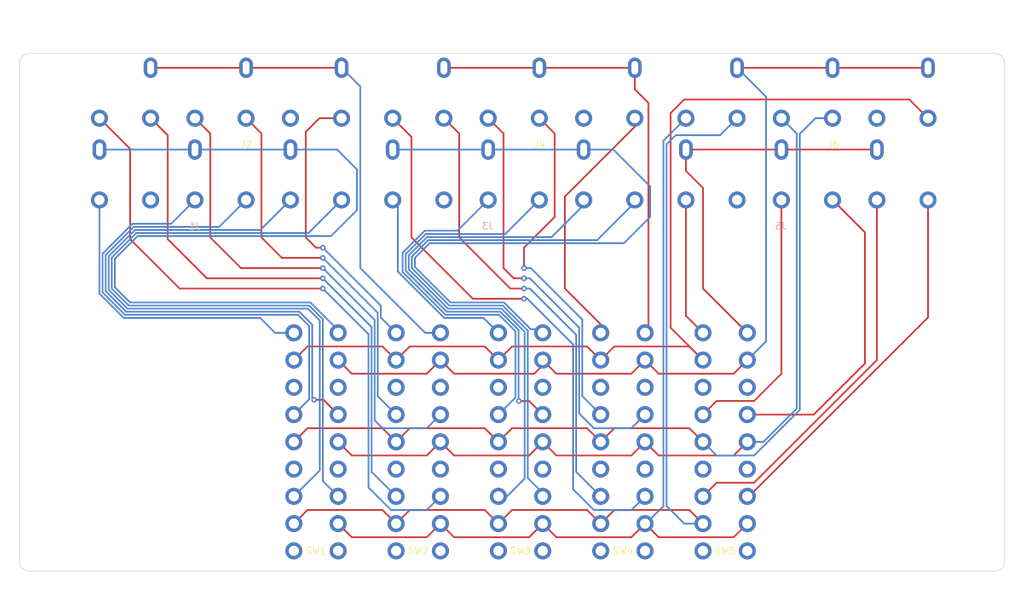
<source format=kicad_pcb>
(kicad_pcb (version 20211014) (generator pcbnew)
  (layers (0 "F.Cu" signal) (31 "B.Cu" signal) (34 "B.Paste" user) (35 "F.Paste" user) (36 "B.SilkS" user "B.Silkscreen") (37 "F.SilkS" user "F.Silkscreen") (38 "B.Mask" user) (39 "F.Mask" user) (44 "Edge.Cuts" user))
  (net 0 "")
  (net 1 "/Y_1")
  (net 2 "/Pb_1")
  (net 3 "/Pr_1")
  (net 4 "/L_1")
  (net 5 "/R_1")
  (net 7 "/GND_1")
  (net 8 "/Y_2")
  (net 9 "/Pb_2")
  (net 10 "/Pr_2")
  (net 11 "/L_2")
  (net 12 "/R_2")
  (net 14 "/GND_2")
  (net 15 "/Y_3")
  (net 16 "/Pb_3")
  (net 17 "/Pr_3")
  (net 18 "/L_3")
  (net 19 "/R_3")
  (net 21 "/GND_3")
  (net 22 "/Y_4")
  (net 23 "/Pb_4")
  (net 24 "/Pr_4")
  (net 25 "/L_4")
  (net 26 "/R_4")
  (net 28 "/GND_4")
  (net 29 "/Y_5")
  (net 30 "/Pb_5")
  (net 31 "/Pr_5")
  (net 32 "/L_5")
  (net 33 "/R_5")
  (net 35 "/GND_5")
  (net 36 "/Y_out")
  (net 37 "/Pb_out")
  (net 38 "/Pr_out")
  (net 39 "/L_out")
  (net 40 "/R_out")
  (net 42 "/GND_out")
  (footprint "User:SW_SPDT_3x2_REB" (layer "F.Cu") (at 93.75 138)
    (fp_text reference "SW3" (at 3.25 0 unlocked) (layer "F.SilkS"))
    (fp_text value "SW_SPDT_3x2_REB")
    (pad "1" thru_hole circle (at 0 0) (size 2.5 2.5) (drill 1.5) (layers *.Cu *.Mask))
    (pad "2" thru_hole circle (at 0 -4) (size 2.5 2.5) (drill 1.5) (layers *.Cu *.Mask) (net 36 "/Y_out"))
    (pad "3" thru_hole circle (at 0 -8) (size 2.5 2.5) (drill 1.5) (layers *.Cu *.Mask) (net 15 "/Y_3"))
    (pad "4" thru_hole circle (at 0 -12) (size 2.5 2.5) (drill 1.5) (layers *.Cu *.Mask))
    (pad "5" thru_hole circle (at 0 -16) (size 2.5 2.5) (drill 1.5) (layers *.Cu *.Mask) (net 37 "/Pb_out"))
    (pad "6" thru_hole circle (at 0 -20) (size 2.5 2.5) (drill 1.5) (layers *.Cu *.Mask) (net 16 "/Pb_3"))
    (pad "7" thru_hole circle (at 0 -24) (size 2.5 2.5) (drill 1.5) (layers *.Cu *.Mask))
    (pad "8" thru_hole circle (at 0 -28) (size 2.5 2.5) (drill 1.5) (layers *.Cu *.Mask) (net 38 "/Pr_out"))
    (pad "9" thru_hole circle (at 0 -32) (size 2.5 2.5) (drill 1.5) (layers *.Cu *.Mask) (net 17 "/Pr_3"))
    (pad "10" thru_hole circle (at 6.5 0) (size 2.5 2.5) (drill 1.5) (layers *.Cu *.Mask))
    (pad "11" thru_hole circle (at 6.5 -4) (size 2.5 2.5) (drill 1.5) (layers *.Cu *.Mask) (net 39 "/L_out"))
    (pad "12" thru_hole circle (at 6.5 -8) (size 2.5 2.5) (drill 1.5) (layers *.Cu *.Mask) (net 18 "/L_3"))
    (pad "13" thru_hole circle (at 6.5 -12) (size 2.5 2.5) (drill 1.5) (layers *.Cu *.Mask))
    (pad "14" thru_hole circle (at 6.5 -16) (size 2.5 2.5) (drill 1.5) (layers *.Cu *.Mask) (net 40 "/R_out"))
    (pad "15" thru_hole circle (at 6.5 -20) (size 2.5 2.5) (drill 1.5) (layers *.Cu *.Mask) (net 19 "/R_3"))
    (pad "16" thru_hole circle (at 6.5 -24) (size 2.5 2.5) (drill 1.5) (layers *.Cu *.Mask))
    (pad "17" thru_hole circle (at 6.5 -28) (size 2.5 2.5) (drill 1.5) (layers *.Cu *.Mask) (net 42 "/GND_out"))
    (pad "18" thru_hole circle (at 6.5 -32) (size 2.5 2.5) (drill 1.5) (layers *.Cu *.Mask) (net 21 "/GND_3"))
  )
  (footprint "User:SW_SPDT_3x2_REB" (layer "F.Cu") (at 78.75 138)
    (fp_text reference "SW2" (at 3.25 0 unlocked) (layer "F.SilkS"))
    (fp_text value "SW_SPDT_3x2_REB")
    (pad "1" thru_hole circle (at 0 0) (size 2.5 2.5) (drill 1.5) (layers *.Cu *.Mask))
    (pad "2" thru_hole circle (at 0 -4) (size 2.5 2.5) (drill 1.5) (layers *.Cu *.Mask) (net 36 "/Y_out"))
    (pad "3" thru_hole circle (at 0 -8) (size 2.5 2.5) (drill 1.5) (layers *.Cu *.Mask) (net 8 "/Y_2"))
    (pad "4" thru_hole circle (at 0 -12) (size 2.5 2.5) (drill 1.5) (layers *.Cu *.Mask))
    (pad "5" thru_hole circle (at 0 -16) (size 2.5 2.5) (drill 1.5) (layers *.Cu *.Mask) (net 37 "/Pb_out"))
    (pad "6" thru_hole circle (at 0 -20) (size 2.5 2.5) (drill 1.5) (layers *.Cu *.Mask) (net 9 "/Pb_2"))
    (pad "7" thru_hole circle (at 0 -24) (size 2.5 2.5) (drill 1.5) (layers *.Cu *.Mask))
    (pad "8" thru_hole circle (at 0 -28) (size 2.5 2.5) (drill 1.5) (layers *.Cu *.Mask) (net 38 "/Pr_out"))
    (pad "9" thru_hole circle (at 0 -32) (size 2.5 2.5) (drill 1.5) (layers *.Cu *.Mask) (net 10 "/Pr_2"))
    (pad "10" thru_hole circle (at 6.5 0) (size 2.5 2.5) (drill 1.5) (layers *.Cu *.Mask))
    (pad "11" thru_hole circle (at 6.5 -4) (size 2.5 2.5) (drill 1.5) (layers *.Cu *.Mask) (net 39 "/L_out"))
    (pad "12" thru_hole circle (at 6.5 -8) (size 2.5 2.5) (drill 1.5) (layers *.Cu *.Mask) (net 11 "/L_2"))
    (pad "13" thru_hole circle (at 6.5 -12) (size 2.5 2.5) (drill 1.5) (layers *.Cu *.Mask))
    (pad "14" thru_hole circle (at 6.5 -16) (size 2.5 2.5) (drill 1.5) (layers *.Cu *.Mask) (net 40 "/R_out"))
    (pad "15" thru_hole circle (at 6.5 -20) (size 2.5 2.5) (drill 1.5) (layers *.Cu *.Mask) (net 12 "/R_2"))
    (pad "16" thru_hole circle (at 6.5 -24) (size 2.5 2.5) (drill 1.5) (layers *.Cu *.Mask))
    (pad "17" thru_hole circle (at 6.5 -28) (size 2.5 2.5) (drill 1.5) (layers *.Cu *.Mask) (net 42 "/GND_out"))
    (pad "18" thru_hole circle (at 6.5 -32) (size 2.5 2.5) (drill 1.5) (layers *.Cu *.Mask) (net 14 "/GND_2"))
  )
  (footprint "User:Connector_RCA_2x3_REB" (layer "F.Cu") (at 99.75 74.5)
    (fp_text reference "J4" (at 0.05 3.85 unlocked) (layer "F.SilkS"))
    (fp_text value "Connector_RCA_2x3_REB")
    (pad "1" thru_hole circle (at -14 0) (size 2.5 2.5) (drill 1.5) (layers *.Cu *.Mask) (net 22 "/Y_4"))
    (pad "2" thru_hole circle (at 0 0) (size 2.5 2.5) (drill 1.5) (layers *.Cu *.Mask) (net 23 "/Pb_4"))
    (pad "3" thru_hole circle (at 14 0) (size 2.5 2.5) (drill 1.5) (layers *.Cu *.Mask) (net 24 "/Pr_4"))
    (pad "4" thru_hole circle (at -21.5 0) (size 2.5 2.5) (drill 1.5) (layers *.Cu *.Mask) (net 25 "/L_4"))
    (pad "5" thru_hole circle (at -7.5 0) (size 2.5 2.5) (drill 1.5) (layers *.Cu *.Mask) (net 26 "/R_4"))
    (pad "6" thru_hole circle (at 6.5 0) (size 2.5 2.5) (drill 1.5) (layers *.Cu *.Mask))
    (pad "7" thru_hole oval (at 14 -7.4) (size 2 3) (drill oval 1 2) (layers *.Cu *.Mask) (net 28 "/GND_4"))
    (pad "8" thru_hole oval (at 0 -7.4) (size 2 3) (drill oval 1 2) (layers *.Cu *.Mask) (net 28 "/GND_4"))
    (pad "9" thru_hole oval (at -14 -7.4) (size 2 3) (drill oval 1 2) (layers *.Cu *.Mask) (net 28 "/GND_4"))
  )
  (footprint "MountingHole:MountingHole_3mm" (layer "F.Cu") (at 28 70)
    (fp_text reference "REF**" hide)
    (fp_text value "MountingHole_3mm")
    (pad "" np_thru_hole circle (at 0 0) (size 3 3) (drill 3) (layers *.Cu *.Mask))
  )
  (footprint "User:SW_SPDT_3x2_REB" (layer "F.Cu") (at 108.75 138)
    (fp_text reference "SW4" (at 3.25 0 unlocked) (layer "F.SilkS"))
    (fp_text value "SW_SPDT_3x2_REB")
    (pad "1" thru_hole circle (at 0 0) (size 2.5 2.5) (drill 1.5) (layers *.Cu *.Mask))
    (pad "2" thru_hole circle (at 0 -4) (size 2.5 2.5) (drill 1.5) (layers *.Cu *.Mask) (net 36 "/Y_out"))
    (pad "3" thru_hole circle (at 0 -8) (size 2.5 2.5) (drill 1.5) (layers *.Cu *.Mask) (net 22 "/Y_4"))
    (pad "4" thru_hole circle (at 0 -12) (size 2.5 2.5) (drill 1.5) (layers *.Cu *.Mask))
    (pad "5" thru_hole circle (at 0 -16) (size 2.5 2.5) (drill 1.5) (layers *.Cu *.Mask) (net 37 "/Pb_out"))
    (pad "6" thru_hole circle (at 0 -20) (size 2.5 2.5) (drill 1.5) (layers *.Cu *.Mask) (net 23 "/Pb_4"))
    (pad "7" thru_hole circle (at 0 -24) (size 2.5 2.5) (drill 1.5) (layers *.Cu *.Mask))
    (pad "8" thru_hole circle (at 0 -28) (size 2.5 2.5) (drill 1.5) (layers *.Cu *.Mask) (net 38 "/Pr_out"))
    (pad "9" thru_hole circle (at 0 -32) (size 2.5 2.5) (drill 1.5) (layers *.Cu *.Mask) (net 24 "/Pr_4"))
    (pad "10" thru_hole circle (at 6.5 0) (size 2.5 2.5) (drill 1.5) (layers *.Cu *.Mask))
    (pad "11" thru_hole circle (at 6.5 -4) (size 2.5 2.5) (drill 1.5) (layers *.Cu *.Mask) (net 39 "/L_out"))
    (pad "12" thru_hole circle (at 6.5 -8) (size 2.5 2.5) (drill 1.5) (layers *.Cu *.Mask) (net 25 "/L_4"))
    (pad "13" thru_hole circle (at 6.5 -12) (size 2.5 2.5) (drill 1.5) (layers *.Cu *.Mask))
    (pad "14" thru_hole circle (at 6.5 -16) (size 2.5 2.5) (drill 1.5) (layers *.Cu *.Mask) (net 40 "/R_out"))
    (pad "15" thru_hole circle (at 6.5 -20) (size 2.5 2.5) (drill 1.5) (layers *.Cu *.Mask) (net 26 "/R_4"))
    (pad "16" thru_hole circle (at 6.5 -24) (size 2.5 2.5) (drill 1.5) (layers *.Cu *.Mask))
    (pad "17" thru_hole circle (at 6.5 -28) (size 2.5 2.5) (drill 1.5) (layers *.Cu *.Mask) (net 42 "/GND_out"))
    (pad "18" thru_hole circle (at 6.5 -32) (size 2.5 2.5) (drill 1.5) (layers *.Cu *.Mask) (net 28 "/GND_4"))
  )
  (footprint "User:SW_SPDT_3x2_REB" (layer "F.Cu") (at 123.75 138)
    (fp_text reference "SW5" (at 3.25 0 unlocked) (layer "F.SilkS"))
    (fp_text value "SW_SPDT_3x2_REB")
    (pad "1" thru_hole circle (at 0 0) (size 2.5 2.5) (drill 1.5) (layers *.Cu *.Mask))
    (pad "2" thru_hole circle (at 0 -4) (size 2.5 2.5) (drill 1.5) (layers *.Cu *.Mask) (net 36 "/Y_out"))
    (pad "3" thru_hole circle (at 0 -8) (size 2.5 2.5) (drill 1.5) (layers *.Cu *.Mask) (net 29 "/Y_5"))
    (pad "4" thru_hole circle (at 0 -12) (size 2.5 2.5) (drill 1.5) (layers *.Cu *.Mask))
    (pad "5" thru_hole circle (at 0 -16) (size 2.5 2.5) (drill 1.5) (layers *.Cu *.Mask) (net 37 "/Pb_out"))
    (pad "6" thru_hole circle (at 0 -20) (size 2.5 2.5) (drill 1.5) (layers *.Cu *.Mask) (net 30 "/Pb_5"))
    (pad "7" thru_hole circle (at 0 -24) (size 2.5 2.5) (drill 1.5) (layers *.Cu *.Mask))
    (pad "8" thru_hole circle (at 0 -28) (size 2.5 2.5) (drill 1.5) (layers *.Cu *.Mask) (net 38 "/Pr_out"))
    (pad "9" thru_hole circle (at 0 -32) (size 2.5 2.5) (drill 1.5) (layers *.Cu *.Mask) (net 31 "/Pr_5"))
    (pad "10" thru_hole circle (at 6.5 0) (size 2.5 2.5) (drill 1.5) (layers *.Cu *.Mask))
    (pad "11" thru_hole circle (at 6.5 -4) (size 2.5 2.5) (drill 1.5) (layers *.Cu *.Mask) (net 39 "/L_out"))
    (pad "12" thru_hole circle (at 6.5 -8) (size 2.5 2.5) (drill 1.5) (layers *.Cu *.Mask) (net 32 "/L_5"))
    (pad "13" thru_hole circle (at 6.5 -12) (size 2.5 2.5) (drill 1.5) (layers *.Cu *.Mask))
    (pad "14" thru_hole circle (at 6.5 -16) (size 2.5 2.5) (drill 1.5) (layers *.Cu *.Mask) (net 40 "/R_out"))
    (pad "15" thru_hole circle (at 6.5 -20) (size 2.5 2.5) (drill 1.5) (layers *.Cu *.Mask) (net 33 "/R_5"))
    (pad "16" thru_hole circle (at 6.5 -24) (size 2.5 2.5) (drill 1.5) (layers *.Cu *.Mask))
    (pad "17" thru_hole circle (at 6.5 -28) (size 2.5 2.5) (drill 1.5) (layers *.Cu *.Mask) (net 42 "/GND_out"))
    (pad "18" thru_hole circle (at 6.5 -32) (size 2.5 2.5) (drill 1.5) (layers *.Cu *.Mask) (net 35 "/GND_5"))
  )
  (footprint "MountingHole:MountingHole_3mm" (layer "F.Cu") (at 142 110)
    (fp_text reference "REF**" hide)
    (fp_text value "MountingHole_3mm")
    (pad "" np_thru_hole circle (at 0 0) (size 3 3) (drill 3) (layers *.Cu *.Mask))
  )
  (footprint "User:Connector_RCA_2x3_REB" (layer "F.Cu") (at 142.75 74.5)
    (fp_text reference "J6" (at 0.05 3.85 unlocked) (layer "F.SilkS"))
    (fp_text value "Connector_RCA_2x3_REB")
    (pad "1" thru_hole circle (at -14 0) (size 2.5 2.5) (drill 1.5) (layers *.Cu *.Mask) (net 36 "/Y_out"))
    (pad "2" thru_hole circle (at 0 0) (size 2.5 2.5) (drill 1.5) (layers *.Cu *.Mask) (net 37 "/Pb_out"))
    (pad "3" thru_hole circle (at 14 0) (size 2.5 2.5) (drill 1.5) (layers *.Cu *.Mask) (net 38 "/Pr_out"))
    (pad "4" thru_hole circle (at -21.5 0) (size 2.5 2.5) (drill 1.5) (layers *.Cu *.Mask) (net 39 "/L_out"))
    (pad "5" thru_hole circle (at -7.5 0) (size 2.5 2.5) (drill 1.5) (layers *.Cu *.Mask) (net 40 "/R_out"))
    (pad "6" thru_hole circle (at 6.5 0) (size 2.5 2.5) (drill 1.5) (layers *.Cu *.Mask))
    (pad "7" thru_hole oval (at 14 -7.4) (size 2 3) (drill oval 1 2) (layers *.Cu *.Mask) (net 42 "/GND_out"))
    (pad "8" thru_hole oval (at 0 -7.4) (size 2 3) (drill oval 1 2) (layers *.Cu *.Mask) (net 42 "/GND_out"))
    (pad "9" thru_hole oval (at -14 -7.4) (size 2 3) (drill oval 1 2) (layers *.Cu *.Mask) (net 42 "/GND_out"))
  )
  (footprint "MountingHole:MountingHole_3mm" (layer "F.Cu") (at 49.5 110)
    (fp_text reference "REF**" hide)
    (fp_text value "MountingHole_3mm")
    (pad "" np_thru_hole circle (at 0 0) (size 3 3) (drill 3) (layers *.Cu *.Mask))
  )
  (footprint "User:SW_SPDT_3x2_REB" (layer "F.Cu") (at 63.75 138)
    (fp_text reference "SW1" (at 3.25 0 unlocked) (layer "F.SilkS"))
    (fp_text value "SW_SPDT_3x2_REB")
    (pad "1" thru_hole circle locked (at 0 0) (size 2.5 2.5) (drill 1.5) (layers *.Cu *.Mask))
    (pad "2" thru_hole circle locked (at 0 -4) (size 2.5 2.5) (drill 1.5) (layers *.Cu *.Mask) (net 36 "/Y_out"))
    (pad "3" thru_hole circle locked (at 0 -8) (size 2.5 2.5) (drill 1.5) (layers *.Cu *.Mask) (net 1 "/Y_1"))
    (pad "4" thru_hole circle locked (at 0 -12) (size 2.5 2.5) (drill 1.5) (layers *.Cu *.Mask))
    (pad "5" thru_hole circle locked (at 0 -16) (size 2.5 2.5) (drill 1.5) (layers *.Cu *.Mask) (net 37 "/Pb_out"))
    (pad "6" thru_hole circle locked (at 0 -20) (size 2.5 2.5) (drill 1.5) (layers *.Cu *.Mask) (net 2 "/Pb_1"))
    (pad "7" thru_hole circle locked (at 0 -24) (size 2.5 2.5) (drill 1.5) (layers *.Cu *.Mask))
    (pad "8" thru_hole circle locked (at 0 -28) (size 2.5 2.5) (drill 1.5) (layers *.Cu *.Mask) (net 38 "/Pr_out"))
    (pad "9" thru_hole circle locked (at 0 -32) (size 2.5 2.5) (drill 1.5) (layers *.Cu *.Mask) (net 3 "/Pr_1"))
    (pad "10" thru_hole circle locked (at 6.5 0) (size 2.5 2.5) (drill 1.5) (layers *.Cu *.Mask))
    (pad "11" thru_hole circle locked (at 6.5 -4) (size 2.5 2.5) (drill 1.5) (layers *.Cu *.Mask) (net 39 "/L_out"))
    (pad "12" thru_hole circle locked (at 6.5 -8) (size 2.5 2.5) (drill 1.5) (layers *.Cu *.Mask) (net 4 "/L_1"))
    (pad "13" thru_hole circle locked (at 6.5 -12) (size 2.5 2.5) (drill 1.5) (layers *.Cu *.Mask))
    (pad "14" thru_hole circle locked (at 6.5 -16) (size 2.5 2.5) (drill 1.5) (layers *.Cu *.Mask) (net 40 "/R_out"))
    (pad "15" thru_hole circle locked (at 6.5 -20) (size 2.5 2.5) (drill 1.5) (layers *.Cu *.Mask) (net 5 "/R_1"))
    (pad "16" thru_hole circle locked (at 6.5 -24) (size 2.5 2.5) (drill 1.5) (layers *.Cu *.Mask))
    (pad "17" thru_hole circle locked (at 6.5 -28) (size 2.5 2.5) (drill 1.5) (layers *.Cu *.Mask) (net 42 "/GND_out"))
    (pad "18" thru_hole circle locked (at 6.5 -32) (size 2.5 2.5) (drill 1.5) (layers *.Cu *.Mask) (net 7 "/GND_1"))
  )
  (footprint "User:Connector_RCA_2x3_REB" (layer "F.Cu") (at 56.75 74.5)
    (fp_text reference "J2" (at 0.05 3.85 unlocked) (layer "F.SilkS"))
    (fp_text value "Connector_RCA_2x3_REB")
    (pad "1" thru_hole circle (at -14 0) (size 2.5 2.5) (drill 1.5) (layers *.Cu *.Mask) (net 8 "/Y_2"))
    (pad "2" thru_hole circle (at 0 0) (size 2.5 2.5) (drill 1.5) (layers *.Cu *.Mask) (net 9 "/Pb_2"))
    (pad "3" thru_hole circle (at 14 0) (size 2.5 2.5) (drill 1.5) (layers *.Cu *.Mask) (net 10 "/Pr_2"))
    (pad "4" thru_hole circle (at -21.5 0) (size 2.5 2.5) (drill 1.5) (layers *.Cu *.Mask) (net 11 "/L_2"))
    (pad "5" thru_hole circle (at -7.5 0) (size 2.5 2.5) (drill 1.5) (layers *.Cu *.Mask) (net 12 "/R_2"))
    (pad "6" thru_hole circle (at 6.5 0) (size 2.5 2.5) (drill 1.5) (layers *.Cu *.Mask))
    (pad "7" thru_hole oval (at 14 -7.4) (size 2 3) (drill oval 1 2) (layers *.Cu *.Mask) (net 14 "/GND_2"))
    (pad "8" thru_hole oval (at 0 -7.4) (size 2 3) (drill oval 1 2) (layers *.Cu *.Mask) (net 14 "/GND_2"))
    (pad "9" thru_hole oval (at -14 -7.4) (size 2 3) (drill oval 1 2) (layers *.Cu *.Mask) (net 14 "/GND_2"))
  )
  (footprint "MountingHole:MountingHole_3mm" (layer "F.Cu") (at 28 136)
    (fp_text reference "REF**" hide)
    (fp_text value "MountingHole_3mm")
    (pad "" np_thru_hole circle (at 0 0) (size 3 3) (drill 3) (layers *.Cu *.Mask))
  )
  (footprint "MountingHole:MountingHole_3mm" (layer "F.Cu") (at 163.5 136)
    (fp_text reference "REF**" hide)
    (fp_text value "MountingHole_3mm")
    (pad "" np_thru_hole circle (at 0 0) (size 3 3) (drill 3) (layers *.Cu *.Mask))
  )
  (footprint "MountingHole:MountingHole_3mm" (layer "F.Cu") (at 163.5 70)
    (fp_text reference "REF**" hide)
    (fp_text value "MountingHole_3mm")
    (pad "" np_thru_hole circle (at 0 0) (size 3 3) (drill 3) (layers *.Cu *.Mask))
  )
  (footprint "User:Connector_RCA_2x3_REB" (layer "B.Cu") (at 92.25 86.5 180)
    (fp_text reference "J3" (at 0.05 -3.85 unlocked) (layer "B.SilkS") (effects (justify mirror)))
    (fp_text value "Connector_RCA_2x3_REB")
    (pad "1" thru_hole circle (at -14 0 180) (size 2.5 2.5) (drill 1.5) (layers *.Cu *.Mask) (net 15 "/Y_3"))
    (pad "2" thru_hole circle (at 0 0 180) (size 2.5 2.5) (drill 1.5) (layers *.Cu *.Mask) (net 16 "/Pb_3"))
    (pad "3" thru_hole circle (at 14 0 180) (size 2.5 2.5) (drill 1.5) (layers *.Cu *.Mask) (net 17 "/Pr_3"))
    (pad "4" thru_hole circle (at -21.5 0 180) (size 2.5 2.5) (drill 1.5) (layers *.Cu *.Mask) (net 18 "/L_3"))
    (pad "5" thru_hole circle (at -7.5 0 180) (size 2.5 2.5) (drill 1.5) (layers *.Cu *.Mask) (net 19 "/R_3"))
    (pad "6" thru_hole circle (at 6.5 0 180) (size 2.5 2.5) (drill 1.5) (layers *.Cu *.Mask))
    (pad "7" thru_hole oval (at 14 7.4 180) (size 2 3) (drill oval 1 2) (layers *.Cu *.Mask) (net 21 "/GND_3"))
    (pad "8" thru_hole oval (at 0 7.4 180) (size 2 3) (drill oval 1 2) (layers *.Cu *.Mask) (net 21 "/GND_3"))
    (pad "9" thru_hole oval (at -14 7.4 180) (size 2 3) (drill oval 1 2) (layers *.Cu *.Mask) (net 21 "/GND_3"))
  )
  (footprint "User:Connector_RCA_2x3_REB" (layer "B.Cu") (at 135.25 86.5 180)
    (fp_text reference "J5" (at 0.05 -3.85 unlocked) (layer "B.SilkS") (effects (justify mirror)))
    (fp_text value "Connector_RCA_2x3_REB")
    (pad "1" thru_hole circle (at -14 0 180) (size 2.5 2.5) (drill 1.5) (layers *.Cu *.Mask) (net 29 "/Y_5"))
    (pad "2" thru_hole circle (at 0 0 180) (size 2.5 2.5) (drill 1.5) (layers *.Cu *.Mask) (net 30 "/Pb_5"))
    (pad "3" thru_hole circle (at 14 0 180) (size 2.5 2.5) (drill 1.5) (layers *.Cu *.Mask) (net 31 "/Pr_5"))
    (pad "4" thru_hole circle (at -21.5 0 180) (size 2.5 2.5) (drill 1.5) (layers *.Cu *.Mask) (net 32 "/L_5"))
    (pad "5" thru_hole circle (at -7.5 0 180) (size 2.5 2.5) (drill 1.5) (layers *.Cu *.Mask) (net 33 "/R_5"))
    (pad "6" thru_hole circle (at 6.5 0 180) (size 2.5 2.5) (drill 1.5) (layers *.Cu *.Mask))
    (pad "7" thru_hole oval (at 14 7.4 180) (size 2 3) (drill oval 1 2) (layers *.Cu *.Mask) (net 35 "/GND_5"))
    (pad "8" thru_hole oval (at 0 7.4 180) (size 2 3) (drill oval 1 2) (layers *.Cu *.Mask) (net 35 "/GND_5"))
    (pad "9" thru_hole oval (at -14 7.4 180) (size 2 3) (drill oval 1 2) (layers *.Cu *.Mask) (net 35 "/GND_5"))
  )
  (footprint "User:Connector_RCA_2x3_REB" (layer "B.Cu") (at 49.25 86.5 180)
    (fp_text reference "J1" (at 0.05 -3.85 unlocked) (layer "B.SilkS") (effects (justify mirror)))
    (fp_text value "Connector_RCA_2x3_REB")
    (pad "1" thru_hole circle (at -14 0 180) (size 2.5 2.5) (drill 1.5) (layers *.Cu *.Mask) (net 1 "/Y_1"))
    (pad "2" thru_hole circle (at 0 0 180) (size 2.5 2.5) (drill 1.5) (layers *.Cu *.Mask) (net 2 "/Pb_1"))
    (pad "3" thru_hole circle (at 14 0 180) (size 2.5 2.5) (drill 1.5) (layers *.Cu *.Mask) (net 3 "/Pr_1"))
    (pad "4" thru_hole circle (at -21.5 0 180) (size 2.5 2.5) (drill 1.5) (layers *.Cu *.Mask) (net 4 "/L_1"))
    (pad "5" thru_hole circle (at -7.5 0 180) (size 2.5 2.5) (drill 1.5) (layers *.Cu *.Mask) (net 5 "/R_1"))
    (pad "6" thru_hole circle (at 6.5 0 180) (size 2.5 2.5) (drill 1.5) (layers *.Cu *.Mask))
    (pad "7" thru_hole oval (at 14 7.4 180) (size 2 3) (drill oval 1 2) (layers *.Cu *.Mask) (net 7 "/GND_1"))
    (pad "8" thru_hole oval (at 0 7.4 180) (size 2 3) (drill oval 1 2) (layers *.Cu *.Mask) (net 7 "/GND_1"))
    (pad "9" thru_hole oval (at -14 7.4 180) (size 2 3) (drill oval 1 2) (layers *.Cu *.Mask) (net 7 "/GND_1"))
  )
  (gr_arc (start 23.5 66.5) (mid 23.93934 65.43934) (end 25 65) (layer "Edge.Cuts") (width 0.1))
  (gr_line (start 25 141) (end 166.5 141) (layer "Edge.Cuts") (width 0.1))
  (gr_line (start 166.5 65) (end 25 65) (layer "Edge.Cuts") (width 0.1))
  (gr_arc (start 168 139.5) (mid 167.56066 140.56066) (end 166.5 141) (layer "Edge.Cuts") (width 0.1))
  (gr_line (start 23.5 66.5) (end 23.5 139.5) (layer "Edge.Cuts") (width 0.1))
  (gr_arc (start 25 141) (mid 23.93934 140.56066) (end 23.5 139.5) (layer "Edge.Cuts") (width 0.1))
  (gr_line (start 168 139.5) (end 168 66.5) (layer "Edge.Cuts") (width 0.1))
  (gr_arc (start 166.5 65) (mid 167.56066 65.43934) (end 168 66.5) (layer "Edge.Cuts") (width 0.1))
  (segment (start 39.359188 102.45) (end 65.813604 102.45) (width 0.25) (layer "B.Cu") (net 1))
  (segment (start 63.75 130) (end 67.55 126.2) (width 0.25) (layer "B.Cu") (net 1))
  (segment (start 65.813604 102.45) (end 67.55 104.186396) (width 0.25) (layer "B.Cu") (net 1))
  (segment (start 58.85 90.9) (end 40.463604 90.9) (width 0.25) (layer "B.Cu") (net 1))
  (segment (start 36.6 94.763604) (end 36.6 99.690812) (width 0.25) (layer "B.Cu") (net 1))
  (segment (start 67.55 104.186396) (end 67.55 125.49) (width 0.25) (layer "B.Cu") (net 1))
  (segment (start 67.55 126.2) (end 67.55 125.49) (width 0.25) (layer "B.Cu") (net 1))
  (segment (start 63.25 86.5) (end 58.85 90.9) (width 0.25) (layer "B.Cu") (net 1))
  (segment (start 40.463604 90.9) (end 36.6 94.763604) (width 0.25) (layer "B.Cu") (net 1))
  (segment (start 36.6 99.690812) (end 39.359188 102.45) (width 0.25) (layer "B.Cu") (net 1))
  (segment (start 35.7 100.063604) (end 38.986396 103.35) (width 0.25) (layer "B.Cu") (net 2))
  (segment (start 35.7 94.390812) (end 35.7 100.063604) (width 0.25) (layer "B.Cu") (net 2))
  (segment (start 40.090812 90) (end 35.7 94.390812) (width 0.25) (layer "B.Cu") (net 2))
  (segment (start 38.986396 103.35) (end 64.35 103.35) (width 0.25) (layer "B.Cu") (net 2))
  (segment (start 66 115.75) (end 66 115) (width 0.25) (layer "B.Cu") (net 2))
  (segment (start 49.25 86.5) (end 45.75 90) (width 0.25) (layer "B.Cu") (net 2))
  (segment (start 45.75 90) (end 40.090812 90) (width 0.25) (layer "B.Cu") (net 2))
  (segment (start 64.35 103.35) (end 66 105) (width 0.25) (layer "B.Cu") (net 2))
  (segment (start 63.75 118) (end 66 115.75) (width 0.25) (layer "B.Cu") (net 2))
  (segment (start 66 105) (end 66 115) (width 0.25) (layer "B.Cu") (net 2))
  (segment (start 58.8 103.8) (end 61 106) (width 0.25) (layer "B.Cu") (net 3))
  (segment (start 61 106) (end 63.75 106) (width 0.25) (layer "B.Cu") (net 3))
  (segment (start 38.8 103.8) (end 58.8 103.8) (width 0.25) (layer "B.Cu") (net 3))
  (segment (start 35.25 86.5) (end 35.25 100.25) (width 0.25) (layer "B.Cu") (net 3))
  (segment (start 35.25 100.25) (end 38.8 103.8) (width 0.25) (layer "B.Cu") (net 3))
  (segment (start 68 127.75) (end 68 126.42) (width 0.25) (layer "B.Cu") (net 4))
  (segment (start 68 104) (end 68 126.42) (width 0.25) (layer "B.Cu") (net 4))
  (segment (start 66 102) (end 68 104) (width 0.25) (layer "B.Cu") (net 4))
  (segment (start 37.05 94.95) (end 37.05 99.504416) (width 0.25) (layer "B.Cu") (net 4))
  (segment (start 70.25 130) (end 68 127.75) (width 0.25) (layer "B.Cu") (net 4))
  (segment (start 65.9 91.35) (end 40.65 91.35) (width 0.25) (layer "B.Cu") (net 4))
  (segment (start 39.545584 102) (end 66 102) (width 0.25) (layer "B.Cu") (net 4))
  (segment (start 37.05 99.504416) (end 39.545584 102) (width 0.25) (layer "B.Cu") (net 4))
  (segment (start 70.75 86.5) (end 65.9 91.35) (width 0.25) (layer "B.Cu") (net 4))
  (segment (start 40.65 91.35) (end 37.05 94.95) (width 0.25) (layer "B.Cu") (net 4))
  (segment (start 68.074401 115.824401) (end 70.25 118) (width 0.25) (layer "F.Cu") (net 5))
  (segment (start 66.72067 115.824401) (end 68.074401 115.824401) (width 0.25) (layer "F.Cu") (net 5))
  (via (at 66.72067 115.824401) (size 0.8) (drill 0.4) (layers "F.Cu" "B.Cu") (net 5))
  (segment (start 36.15 94.577208) (end 40.277208 90.45) (width 0.25) (layer "B.Cu") (net 5))
  (segment (start 40.277208 90.45) (end 52.8 90.45) (width 0.25) (layer "B.Cu") (net 5))
  (segment (start 36.15 99.877208) (end 36.15 94.577208) (width 0.25) (layer "B.Cu") (net 5))
  (segment (start 66.45 104.813604) (end 64.536396 102.9) (width 0.25) (layer "B.Cu") (net 5))
  (segment (start 39.172792 102.9) (end 36.15 99.877208) (width 0.25) (layer "B.Cu") (net 5))
  (segment (start 64.536396 102.9) (end 39.172792 102.9) (width 0.25) (layer "B.Cu") (net 5))
  (segment (start 52.8 90.45) (end 56.75 86.5) (width 0.25) (layer "B.Cu") (net 5))
  (segment (start 66.45 115.553731) (end 66.45 104.813604) (width 0.25) (layer "B.Cu") (net 5))
  (segment (start 66.72067 115.824401) (end 66.45 115.553731) (width 0.25) (layer "B.Cu") (net 5))
  (segment (start 37.5 99.31802) (end 39.73198 101.55) (width 0.25) (layer "B.Cu") (net 7))
  (segment (start 70.25 105.613604) (end 70.25 106) (width 0.25) (layer "B.Cu") (net 7))
  (segment (start 73 82) (end 73 88) (width 0.25) (layer "B.Cu") (net 7))
  (segment (start 40.836396 91.8) (end 37.5 95.136396) (width 0.25) (layer "B.Cu") (net 7))
  (segment (start 66.186396 101.55) (end 70.25 105.613604) (width 0.25) (layer "B.Cu") (net 7))
  (segment (start 70.1 79.1) (end 73 82) (width 0.25) (layer "B.Cu") (net 7))
  (segment (start 35.25 79.1) (end 70.1 79.1) (width 0.25) (layer "B.Cu") (net 7))
  (segment (start 69.2 91.8) (end 40.836396 91.8) (width 0.25) (layer "B.Cu") (net 7))
  (segment (start 39.73198 101.55) (end 66.186396 101.55) (width 0.25) (layer "B.Cu") (net 7))
  (segment (start 37.5 95.136396) (end 37.5 99.31802) (width 0.25) (layer "B.Cu") (net 7))
  (segment (start 73 88) (end 69.2 91.8) (width 0.25) (layer "B.Cu") (net 7))
  (segment (start 45.25 92.25) (end 51 98) (width 0.25) (layer "F.Cu") (net 8))
  (segment (start 51 98) (end 68 98) (width 0.25) (layer "F.Cu") (net 8))
  (segment (start 45.25 77) (end 45.25 92.25) (width 0.25) (layer "F.Cu") (net 8))
  (segment (start 42.75 74.5) (end 45.25 77) (width 0.25) (layer "F.Cu") (net 8))
  (via (at 68 98) (size 0.8) (drill 0.4) (layers "F.Cu" "B.Cu") (net 8))
  (segment (start 75.15 105.15) (end 75.15 126.4) (width 0.25) (layer "B.Cu") (net 8))
  (segment (start 68 98) (end 75.15 105.15) (width 0.25) (layer "B.Cu") (net 8))
  (segment (start 75.15 126.4) (end 78.75 130) (width 0.25) (layer "B.Cu") (net 8))
  (segment (start 59 76.75) (end 59 92) (width 0.25) (layer "F.Cu") (net 9))
  (segment (start 56.75 74.5) (end 59 76.75) (width 0.25) (layer "F.Cu") (net 9))
  (segment (start 62 95) (end 68 95) (width 0.25) (layer "F.Cu") (net 9))
  (segment (start 59 92) (end 62 95) (width 0.25) (layer "F.Cu") (net 9))
  (via (at 68 95) (size 0.8) (drill 0.4) (layers "F.Cu" "B.Cu") (net 9))
  (segment (start 78.75 118) (end 76.05 115.3) (width 0.25) (layer "B.Cu") (net 9))
  (segment (start 76.05 115.3) (end 76.05 114.45) (width 0.25) (layer "B.Cu") (net 9))
  (segment (start 68 95) (end 76.05 103.05) (width 0.25) (layer "B.Cu") (net 9))
  (segment (start 76.05 103.05) (end 76.05 114.45) (width 0.25) (layer "B.Cu") (net 9))
  (segment (start 67.5 74.5) (end 65.5 76.5) (width 0.25) (layer "F.Cu") (net 10))
  (segment (start 70.75 74.5) (end 67.5 74.5) (width 0.25) (layer "F.Cu") (net 10))
  (segment (start 67 93.5) (end 68 93.5) (width 0.25) (layer "F.Cu") (net 10))
  (segment (start 65.5 76.5) (end 65.5 92) (width 0.25) (layer "F.Cu") (net 10))
  (segment (start 65.5 92) (end 67 93.5) (width 0.25) (layer "F.Cu") (net 10))
  (via (at 68 93.5) (size 0.8) (drill 0.4) (layers "F.Cu" "B.Cu") (net 10))
  (segment (start 76.5 103.75) (end 78.75 106) (width 0.25) (layer "B.Cu") (net 10))
  (segment (start 76.5 102) (end 76.5 103.75) (width 0.25) (layer "B.Cu") (net 10))
  (segment (start 68 93.5) (end 76.5 102) (width 0.25) (layer "B.Cu") (net 10))
  (segment (start 39.75 79) (end 39.75 92.25) (width 0.25) (layer "F.Cu") (net 11))
  (segment (start 39.75 92.25) (end 47 99.5) (width 0.25) (layer "F.Cu") (net 11))
  (segment (start 47 99.5) (end 68 99.5) (width 0.25) (layer "F.Cu") (net 11))
  (segment (start 35.25 74.5) (end 39.75 79) (width 0.25) (layer "F.Cu") (net 11))
  (via (at 68 99.5) (size 0.8) (drill 0.4) (layers "F.Cu" "B.Cu") (net 11))
  (segment (start 74.7 106.2) (end 74.7 128.7) (width 0.25) (layer "B.Cu") (net 11))
  (segment (start 78 132) (end 83.25 132) (width 0.25) (layer "B.Cu") (net 11))
  (segment (start 83.25 132) (end 85.25 130) (width 0.25) (layer "B.Cu") (net 11))
  (segment (start 74.7 128.7) (end 78 132) (width 0.25) (layer "B.Cu") (net 11))
  (segment (start 68 99.5) (end 74.7 106.2) (width 0.25) (layer "B.Cu") (net 11))
  (segment (start 51.5 76.75) (end 51.5 92) (width 0.25) (layer "F.Cu") (net 12))
  (segment (start 51.5 92) (end 56 96.5) (width 0.25) (layer "F.Cu") (net 12))
  (segment (start 49.25 74.5) (end 51.5 76.75) (width 0.25) (layer "F.Cu") (net 12))
  (segment (start 56 96.5) (end 68 96.5) (width 0.25) (layer "F.Cu") (net 12))
  (via (at 68 96.5) (size 0.8) (drill 0.4) (layers "F.Cu" "B.Cu") (net 12))
  (segment (start 75.6 118.85) (end 76.75 120) (width 0.25) (layer "B.Cu") (net 12))
  (segment (start 68 96.5) (end 75.6 104.1) (width 0.25) (layer "B.Cu") (net 12))
  (segment (start 75.6 104.1) (end 75.6 118.85) (width 0.25) (layer "B.Cu") (net 12))
  (segment (start 83.25 120) (end 85.25 118) (width 0.25) (layer "B.Cu") (net 12))
  (segment (start 76.75 120) (end 83.25 120) (width 0.25) (layer "B.Cu") (net 12))
  (segment (start 42.75 67.1) (end 70.75 67.1) (width 0.25) (layer "F.Cu") (net 14))
  (segment (start 70.75 67.1) (end 73.5 69.85) (width 0.25) (layer "B.Cu") (net 14))
  (segment (start 81 104) (end 83 106) (width 0.25) (layer "B.Cu") (net 14))
  (segment (start 83 106) (end 85.25 106) (width 0.25) (layer "B.Cu") (net 14))
  (segment (start 73.5 69.85) (end 73.5 96.5) (width 0.25) (layer "B.Cu") (net 14))
  (segment (start 73.5 96.5) (end 81 104) (width 0.25) (layer "B.Cu") (net 14))
  (segment (start 106.25 87.25) (end 106.25 86.5) (width 0.25) (layer "B.Cu") (net 15))
  (segment (start 101.55 91.95) (end 106.25 87.25) (width 0.25) (layer "B.Cu") (net 15))
  (segment (start 80.6 94.627208) (end 83.277208 91.95) (width 0.25) (layer "B.Cu") (net 15))
  (segment (start 83.277208 91.95) (end 101.55 91.95) (width 0.25) (layer "B.Cu") (net 15))
  (segment (start 93.75 130) (end 95 130) (width 0.25) (layer "B.Cu") (net 15))
  (segment (start 94.2 102.45) (end 86.359188 102.45) (width 0.25) (layer "B.Cu") (net 15))
  (segment (start 86.359188 102.45) (end 80.6 96.690812) (width 0.25) (layer "B.Cu") (net 15))
  (segment (start 97.6 127.4) (end 97.6 105.85) (width 0.25) (layer "B.Cu") (net 15))
  (segment (start 97.6 105.85) (end 94.2 102.45) (width 0.25) (layer "B.Cu") (net 15))
  (segment (start 80.6 96.690812) (end 80.6 94.627208) (width 0.25) (layer "B.Cu") (net 15))
  (segment (start 95 130) (end 97.6 127.4) (width 0.25) (layer "B.Cu") (net 15))
  (segment (start 92.25 86.5) (end 87.75 91) (width 0.25) (layer "B.Cu") (net 16))
  (segment (start 87.75 91) (end 82.954416 91) (width 0.25) (layer "B.Cu") (net 16))
  (segment (start 96.25 115.5) (end 93.75 118) (width 0.25) (layer "B.Cu") (net 16))
  (segment (start 85.986396 103.35) (end 93.827886 103.35) (width 0.25) (layer "B.Cu") (net 16))
  (segment (start 79.7 97.063604) (end 85.986396 103.35) (width 0.25) (layer "B.Cu") (net 16))
  (segment (start 96.25 114.25) (end 96.25 115.5) (width 0.25) (layer "B.Cu") (net 16))
  (segment (start 82.954416 91) (end 79.7 94.254416) (width 0.25) (layer "B.Cu") (net 16))
  (segment (start 93.827886 103.35) (end 96.25 105.772114) (width 0.25) (layer "B.Cu") (net 16))
  (segment (start 79.7 94.254416) (end 79.7 97.063604) (width 0.25) (layer "B.Cu") (net 16))
  (segment (start 96.25 105.772114) (end 96.25 114.25) (width 0.25) (layer "B.Cu") (net 16))
  (segment (start 91.55 103.8) (end 93.75 106) (width 0.25) (layer "B.Cu") (net 17))
  (segment (start 79 87.25) (end 79 97) (width 0.25) (layer "B.Cu") (net 17))
  (segment (start 78.25 86.5) (end 79 87.25) (width 0.25) (layer "B.Cu") (net 17))
  (segment (start 79 97) (end 85.8 103.8) (width 0.25) (layer "B.Cu") (net 17))
  (segment (start 85.8 103.8) (end 91.55 103.8) (width 0.25) (layer "B.Cu") (net 17))
  (segment (start 86.545584 102) (end 81.05 96.504416) (width 0.25) (layer "B.Cu") (net 18))
  (segment (start 94.386396 102) (end 86.545584 102) (width 0.25) (layer "B.Cu") (net 18))
  (segment (start 108.225 92.4) (end 113.75 86.875) (width 0.25) (layer "B.Cu") (net 18))
  (segment (start 100.25 129.5) (end 98.05 127.3) (width 0.25) (layer "B.Cu") (net 18))
  (segment (start 83.463604 92.4) (end 108.225 92.4) (width 0.25) (layer "B.Cu") (net 18))
  (segment (start 100.25 130) (end 100.25 129.5) (width 0.25) (layer "B.Cu") (net 18))
  (segment (start 113.75 86.875) (end 113.75 86.5) (width 0.25) (layer "B.Cu") (net 18))
  (segment (start 98.05 127.3) (end 98.05 105.663604) (width 0.25) (layer "B.Cu") (net 18))
  (segment (start 98.05 105.663604) (end 94.386396 102) (width 0.25) (layer "B.Cu") (net 18))
  (segment (start 81.05 94.813604) (end 83.463604 92.4) (width 0.25) (layer "B.Cu") (net 18))
  (segment (start 81.05 96.504416) (end 81.05 94.813604) (width 0.25) (layer "B.Cu") (net 18))
  (segment (start 96.762299 116.012299) (end 98.262299 116.012299) (width 0.25) (layer "F.Cu") (net 19))
  (segment (start 98.262299 116.012299) (end 100.25 118) (width 0.25) (layer "F.Cu") (net 19))
  (via (at 96.762299 116.012299) (size 0.8) (drill 0.4) (layers "F.Cu" "B.Cu") (net 19))
  (segment (start 94.013604 102.9) (end 86.172792 102.9) (width 0.25) (layer "B.Cu") (net 19))
  (segment (start 96.69952 105.585917) (end 94.013604 102.9) (width 0.25) (layer "B.Cu") (net 19))
  (segment (start 80.15 94.440812) (end 83.090812 91.5) (width 0.25) (layer "B.Cu") (net 19))
  (segment (start 96.762299 116.012299) (end 96.69952 115.94952) (width 0.25) (layer "B.Cu") (net 19))
  (segment (start 83.090812 91.5) (end 94.75 91.5) (width 0.25) (layer "B.Cu") (net 19))
  (segment (start 96.69952 115.94952) (end 96.69952 105.585917) (width 0.25) (layer "B.Cu") (net 19))
  (segment (start 80.15 96.877208) (end 80.15 94.440812) (width 0.25) (layer "B.Cu") (net 19))
  (segment (start 94.75 91.5) (end 99.75 86.5) (width 0.25) (layer "B.Cu") (net 19))
  (segment (start 86.172792 102.9) (end 80.15 96.877208) (width 0.25) (layer "B.Cu") (net 19))
  (segment (start 116 84.5) (end 116 89) (width 0.25) (layer "B.Cu") (net 21))
  (segment (start 78.25 79.1) (end 106.25 79.1) (width 0.25) (layer "B.Cu") (net 21))
  (segment (start 99.727208 105.477208) (end 100.25 106) (width 0.25) (layer "B.Cu") (net 21))
  (segment (start 81.5 95) (end 81.5 96.31802) (width 0.25) (layer "B.Cu") (net 21))
  (segment (start 86.73198 101.55) (end 94.572792 101.55) (width 0.25) (layer "B.Cu") (net 21))
  (segment (start 94.572792 101.55) (end 98.5 105.477208) (width 0.25) (layer "B.Cu") (net 21))
  (segment (start 81.5 96.31802) (end 86.73198 101.55) (width 0.25) (layer "B.Cu") (net 21))
  (segment (start 110.6 79.1) (end 116 84.5) (width 0.25) (layer "B.Cu") (net 21))
  (segment (start 98.5 105.477208) (end 99.727208 105.477208) (width 0.25) (layer "B.Cu") (net 21))
  (segment (start 112.15 92.85) (end 83.65 92.85) (width 0.25) (layer "B.Cu") (net 21))
  (segment (start 83.65 92.85) (end 81.5 95) (width 0.25) (layer "B.Cu") (net 21))
  (segment (start 116 89) (end 112.15 92.85) (width 0.25) (layer "B.Cu") (net 21))
  (segment (start 106.25 79.1) (end 110.6 79.1) (width 0.25) (layer "B.Cu") (net 21))
  (segment (start 88 76.75) (end 85.75 74.5) (width 0.25) (layer "F.Cu") (net 22))
  (segment (start 95.5 99.5) (end 88 92) (width 0.25) (layer "F.Cu") (net 22))
  (segment (start 88 92) (end 88 76.75) (width 0.25) (layer "F.Cu") (net 22))
  (segment (start 97.5 99.5) (end 95.5 99.5) (width 0.25) (layer "F.Cu") (net 22))
  (via (at 97.5 99.5) (size 0.8) (drill 0.4) (layers "F.Cu" "B.Cu") (net 22))
  (segment (start 97.5 99.5) (end 98.364282 99.5) (width 0.25) (layer "B.Cu") (net 22))
  (segment (start 108.75 130) (end 105.15144 126.40144) (width 0.25) (layer "B.Cu") (net 22))
  (segment (start 105.15144 106.287158) (end 105.15144 126.34856) (width 0.25) (layer "B.Cu") (net 22))
  (segment (start 98.364282 99.5) (end 105.15144 106.287158) (width 0.25) (layer "B.Cu") (net 22))
  (segment (start 105.15144 126.40144) (end 105.15144 126.34856) (width 0.25) (layer "B.Cu") (net 22))
  (segment (start 97.5 93.5) (end 102 89) (width 0.25) (layer "F.Cu") (net 23))
  (segment (start 102 89) (end 102 76.75) (width 0.25) (layer "F.Cu") (net 23))
  (segment (start 97.5 96.5) (end 97.5 93.5) (width 0.25) (layer "F.Cu") (net 23))
  (segment (start 102 76.75) (end 99.75 74.5) (width 0.25) (layer "F.Cu") (net 23))
  (via (at 97.5 96.5) (size 0.8) (drill 0.4) (layers "F.Cu" "B.Cu") (net 23))
  (segment (start 97.5 96.5) (end 98.5 96.5) (width 0.25) (layer "B.Cu") (net 23))
  (segment (start 106.05048 114.80048) (end 106.05048 115.30048) (width 0.25) (layer "B.Cu") (net 23))
  (segment (start 98.5 96.5) (end 106.05048 104.05048) (width 0.25) (layer "B.Cu") (net 23))
  (segment (start 106.05048 104.05048) (end 106.05048 114.80048) (width 0.25) (layer "B.Cu") (net 23))
  (segment (start 106.05048 115.30048) (end 108.75 118) (width 0.25) (layer "B.Cu") (net 23))
  (segment (start 103.5 99.5) (end 103.5 86) (width 0.25) (layer "F.Cu") (net 24))
  (segment (start 103.5 86) (end 113.75 75.75) (width 0.25) (layer "F.Cu") (net 24))
  (segment (start 108.75 106) (end 108.75 104.75) (width 0.25) (layer "F.Cu") (net 24))
  (segment (start 108.75 104.75) (end 103.5 99.5) (width 0.25) (layer "F.Cu") (net 24))
  (segment (start 113.75 75.75) (end 113.75 74.5) (width 0.25) (layer "F.Cu") (net 24))
  (segment (start 81 77.25) (end 78.25 74.5) (width 0.25) (layer "F.Cu") (net 25))
  (segment (start 97.5 101) (end 90 101) (width 0.25) (layer "F.Cu") (net 25))
  (segment (start 81 92) (end 81 77.25) (width 0.25) (layer "F.Cu") (net 25))
  (segment (start 90 101) (end 81 92) (width 0.25) (layer "F.Cu") (net 25))
  (via (at 97.5 101) (size 0.8) (drill 0.4) (layers "F.Cu" "B.Cu") (net 25))
  (segment (start 104.70192 128.95192) (end 104.70192 127.95192) (width 0.25) (layer "B.Cu") (net 25))
  (segment (start 104.70192 107.70192) (end 104.70192 127.95192) (width 0.25) (layer "B.Cu") (net 25))
  (segment (start 97.5 101) (end 98 101) (width 0.25) (layer "B.Cu") (net 25))
  (segment (start 115.25 130) (end 113.25 132) (width 0.25) (layer "B.Cu") (net 25))
  (segment (start 113.25 132) (end 107.75 132) (width 0.25) (layer "B.Cu") (net 25))
  (segment (start 107.75 132) (end 104.70192 128.95192) (width 0.25) (layer "B.Cu") (net 25))
  (segment (start 98 101) (end 104.70192 107.70192) (width 0.25) (layer "B.Cu") (net 25))
  (segment (start 96 98) (end 94.5 96.5) (width 0.25) (layer "F.Cu") (net 26))
  (segment (start 97.5 98) (end 96 98) (width 0.25) (layer "F.Cu") (net 26))
  (segment (start 94.5 96.5) (end 94.5 76.75) (width 0.25) (layer "F.Cu") (net 26))
  (segment (start 94.5 76.75) (end 92.25 74.5) (width 0.25) (layer "F.Cu") (net 26))
  (via (at 97.5 98) (size 0.8) (drill 0.4) (layers "F.Cu" "B.Cu") (net 26))
  (segment (start 97.5 98) (end 98.364282 98) (width 0.25) (layer "B.Cu") (net 26))
  (segment (start 105.60096 105.236678) (end 105.60096 117.85096) (width 0.25) (layer "B.Cu") (net 26))
  (segment (start 107.75 120) (end 113.25 120) (width 0.25) (layer "B.Cu") (net 26))
  (segment (start 105.60096 117.85096) (end 107.75 120) (width 0.25) (layer "B.Cu") (net 26))
  (segment (start 98.364282 98) (end 105.60096 105.236678) (width 0.25) (layer "B.Cu") (net 26))
  (segment (start 113.25 120) (end 115.25 118) (width 0.25) (layer "B.Cu") (net 26))
  (segment (start 85.75 67.1) (end 113.75 67.1) (width 0.25) (layer "F.Cu") (net 28))
  (segment (start 113.75 70.25) (end 115.75 72.25) (width 0.25) (layer "F.Cu") (net 28))
  (segment (start 115.75 105.5) (end 115.25 106) (width 0.25) (layer "F.Cu") (net 28))
  (segment (start 115.75 72.25) (end 115.75 105.5) (width 0.25) (layer "F.Cu") (net 28))
  (segment (start 113.75 67.1) (end 113.75 70.25) (width 0.25) (layer "F.Cu") (net 28))
  (segment (start 149.25 86.5) (end 149.25 110) (width 0.25) (layer "F.Cu") (net 29))
  (segment (start 149.25 110) (end 131.25 128) (width 0.25) (layer "F.Cu") (net 29))
  (segment (start 131.25 128) (end 125.75 128) (width 0.25) (layer "F.Cu") (net 29))
  (segment (start 125.75 128) (end 123.75 130) (width 0.25) (layer "F.Cu") (net 29))
  (segment (start 135.25 86.5) (end 135.25 112) (width 0.25) (layer "F.Cu") (net 30))
  (segment (start 131.25 116) (end 125.75 116) (width 0.25) (layer "F.Cu") (net 30))
  (segment (start 135.25 112) (end 131.25 116) (width 0.25) (layer "F.Cu") (net 30))
  (segment (start 125.75 116) (end 123.75 118) (width 0.25) (layer "F.Cu") (net 30))
  (segment (start 121.25 103.5) (end 123.75 106) (width 0.25) (layer "F.Cu") (net 31))
  (segment (start 121.25 86.5) (end 121.25 103.5) (width 0.25) (layer "F.Cu") (net 31))
  (segment (start 156.75 103.75) (end 130.5 130) (width 0.25) (layer "F.Cu") (net 32))
  (segment (start 156.75 86.5) (end 156.75 103.75) (width 0.25) (layer "F.Cu") (net 32))
  (segment (start 130.5 130) (end 130.25 130) (width 0.25) (layer "F.Cu") (net 32))
  (segment (start 147.5 91.25) (end 147.5 110.5) (width 0.25) (layer "F.Cu") (net 33))
  (segment (start 140 118) (end 130.25 118) (width 0.25) (layer "F.Cu") (net 33))
  (segment (start 142.75 86.5) (end 147.5 91.25) (width 0.25) (layer "F.Cu") (net 33))
  (segment (start 147.5 110.5) (end 140 118) (width 0.25) (layer "F.Cu") (net 33))
  (segment (start 123.75 84.738551) (end 123.75 99.5) (width 0.25) (layer "F.Cu") (net 35))
  (segment (start 121.25 82.238551) (end 123.75 84.738551) (width 0.25) (layer "F.Cu") (net 35))
  (segment (start 121.25 79.1) (end 121.25 82.238551) (width 0.25) (layer "F.Cu") (net 35))
  (segment (start 123.75 99.5) (end 130.25 106) (width 0.25) (layer "F.Cu") (net 35))
  (segment (start 149.25 79.1) (end 121.25 79.1) (width 0.25) (layer "F.Cu") (net 35))
  (segment (start 93.75 134) (end 95.75 132) (width 0.25) (layer "F.Cu") (net 36))
  (segment (start 108.75 134) (end 110.75 132) (width 0.25) (layer "F.Cu") (net 36))
  (segment (start 110.75 132) (end 121.75 132) (width 0.25) (layer "F.Cu") (net 36))
  (segment (start 78.75 134) (end 80.75 132) (width 0.25) (layer "F.Cu") (net 36))
  (segment (start 65.75 132) (end 76.75 132) (width 0.25) (layer "F.Cu") (net 36))
  (segment (start 95.75 132) (end 106.75 132) (width 0.25) (layer "F.Cu") (net 36))
  (segment (start 121.75 132) (end 123.75 134) (width 0.25) (layer "F.Cu") (net 36))
  (segment (start 80.75 132) (end 91.75 132) (width 0.25) (layer "F.Cu") (net 36))
  (segment (start 106.75 132) (end 108.75 134) (width 0.25) (layer "F.Cu") (net 36))
  (segment (start 91.75 132) (end 93.75 134) (width 0.25) (layer "F.Cu") (net 36))
  (segment (start 63.75 134) (end 65.75 132) (width 0.25) (layer "F.Cu") (net 36))
  (segment (start 76.75 132) (end 78.75 134) (width 0.25) (layer "F.Cu") (net 36))
  (segment (start 119.75 77) (end 118.39904 78.35096) (width 0.25) (layer "B.Cu") (net 36))
  (segment (start 126.25 77) (end 119.75 77) (width 0.25) (layer "B.Cu") (net 36))
  (segment (start 118.39904 78.35096) (end 118.39904 131.39904) (width 0.25) (layer "B.Cu") (net 36))
  (segment (start 118.39904 131.39904) (end 121 134) (width 0.25) (layer "B.Cu") (net 36))
  (segment (start 128.75 74.5) (end 126.25 77) (width 0.25) (layer "B.Cu") (net 36))
  (segment (start 121 134) (end 123.75 134) (width 0.25) (layer "B.Cu") (net 36))
  (segment (start 108.75 122) (end 110.75 120) (width 0.25) (layer "F.Cu") (net 37))
  (segment (start 76.75 120) (end 78.75 122) (width 0.25) (layer "F.Cu") (net 37))
  (segment (start 63.75 122) (end 65.75 120) (width 0.25) (layer "F.Cu") (net 37))
  (segment (start 106.75 120) (end 108.75 122) (width 0.25) (layer "F.Cu") (net 37))
  (segment (start 121.75 120) (end 123.75 122) (width 0.25) (layer "F.Cu") (net 37))
  (segment (start 110.75 120) (end 121.75 120) (width 0.25) (layer "F.Cu") (net 37))
  (segment (start 78.75 122) (end 80.75 120) (width 0.25) (layer "F.Cu") (net 37))
  (segment (start 80.75 120) (end 91.75 120) (width 0.25) (layer "F.Cu") (net 37))
  (segment (start 65.75 120) (end 76.75 120) (width 0.25) (layer "F.Cu") (net 37))
  (segment (start 95.75 120) (end 106.75 120) (width 0.25) (layer "F.Cu") (net 37))
  (segment (start 91.75 120) (end 93.75 122) (width 0.25) (layer "F.Cu") (net 37))
  (segment (start 93.75 122) (end 95.75 120) (width 0.25) (layer "F.Cu") (net 37))
  (segment (start 123.75 122) (end 125.75 124) (width 0.25) (layer "B.Cu") (net 37))
  (segment (start 137.94952 76.80048) (end 140.25 74.5) (width 0.25) (layer "B.Cu") (net 37))
  (segment (start 140.25 74.5) (end 142.75 74.5) (width 0.25) (layer "B.Cu") (net 37))
  (segment (start 131.25 124) (end 137.94952 117.30048) (width 0.25) (layer "B.Cu") (net 37))
  (segment (start 125.75 124) (end 131.25 124) (width 0.25) (layer "B.Cu") (net 37))
  (segment (start 137.94952 117.30048) (end 137.94952 76.80048) (width 0.25) (layer "B.Cu") (net 37))
  (segment (start 80.75 108) (end 91.75 108) (width 0.25) (layer "F.Cu") (net 38))
  (segment (start 63.75 110) (end 65.75 108) (width 0.25) (layer "F.Cu") (net 38))
  (segment (start 65.75 108) (end 76.75 108) (width 0.25) (layer "F.Cu") (net 38))
  (segment (start 78.75 110) (end 80.75 108) (width 0.25) (layer "F.Cu") (net 38))
  (segment (start 121.75 108) (end 123.75 110) (width 0.25) (layer "F.Cu") (net 38))
  (segment (start 106.75 108) (end 108.75 110) (width 0.25) (layer "F.Cu") (net 38))
  (segment (start 93.75 110) (end 95.75 108) (width 0.25) (layer "F.Cu") (net 38))
  (segment (start 110.75 108) (end 121.75 108) (width 0.25) (layer "F.Cu") (net 38))
  (segment (start 91.75 108) (end 93.75 110) (width 0.25) (layer "F.Cu") (net 38))
  (segment (start 121 71.75) (end 119 73.75) (width 0.25) (layer "F.Cu") (net 38))
  (segment (start 156.75 74.5) (end 154 71.75) (width 0.25) (layer "F.Cu") (net 38))
  (segment (start 154 71.75) (end 121 71.75) (width 0.25) (layer "F.Cu") (net 38))
  (segment (start 76.75 108) (end 78.75 110) (width 0.25) (layer "F.Cu") (net 38))
  (segment (start 119 73.75) (end 119 105.25) (width 0.25) (layer "F.Cu") (net 38))
  (segment (start 106.75 108) (end 95.75 108) (width 0.25) (layer "F.Cu") (net 38))
  (segment (start 108.75 110) (end 110.75 108) (width 0.25) (layer "F.Cu") (net 38))
  (segment (start 119 105.25) (end 123.75 110) (width 0.25) (layer "F.Cu") (net 38))
  (segment (start 87.25 136) (end 98.25 136) (width 0.25) (layer "F.Cu") (net 39))
  (segment (start 100.25 134) (end 102.25 136) (width 0.25) (layer "F.Cu") (net 39))
  (segment (start 85.25 134) (end 87.25 136) (width 0.25) (layer "F.Cu") (net 39))
  (segment (start 102.25 136) (end 113.25 136) (width 0.25) (layer "F.Cu") (net 39))
  (segment (start 72.25 136) (end 83.25 136) (width 0.25) (layer "F.Cu") (net 39))
  (segment (start 128.25 136) (end 130.25 134) (width 0.25) (layer "F.Cu") (net 39))
  (segment (start 117.25 136) (end 128.25 136) (width 0.25) (layer "F.Cu") (net 39))
  (segment (start 98.25 136) (end 100.25 134) (width 0.25) (layer "F.Cu") (net 39))
  (segment (start 113.25 136) (end 115.25 134) (width 0.25) (layer "F.Cu") (net 39))
  (segment (start 115.25 134) (end 117.25 136) (width 0.25) (layer "F.Cu") (net 39))
  (segment (start 70.25 134) (end 72.25 136) (width 0.25) (layer "F.Cu") (net 39))
  (segment (start 83.25 136) (end 85.25 134) (width 0.25) (layer "F.Cu") (net 39))
  (segment (start 117.94952 77.80048) (end 121.25 74.5) (width 0.25) (layer "B.Cu") (net 39))
  (segment (start 117.94952 131.42548) (end 117.94952 77.80048) (width 0.25) (layer "B.Cu") (net 39))
  (segment (start 115.25 134) (end 115.375 134) (width 0.25) (layer "B.Cu") (net 39))
  (segment (start 115.375 134) (end 117.94952 131.42548) (width 0.25) (layer "B.Cu") (net 39))
  (segment (start 70.25 122) (end 72.25 124) (width 0.25) (layer "F.Cu") (net 40))
  (segment (start 102.25 124) (end 113.25 124) (width 0.25) (layer "F.Cu") (net 40))
  (segment (start 72.25 124) (end 83.25 124) (width 0.25) (layer "F.Cu") (net 40))
  (segment (start 98.25 124) (end 100.25 122) (width 0.25) (layer "F.Cu") (net 40))
  (segment (start 85.25 122) (end 87.25 124) (width 0.25) (layer "F.Cu") (net 40))
  (segment (start 117.25 124) (end 128.25 124) (width 0.25) (layer "F.Cu") (net 40))
  (segment (start 87.25 124) (end 98.25 124) (width 0.25) (layer "F.Cu") (net 40))
  (segment (start 113.25 124) (end 115.25 122) (width 0.25) (layer "F.Cu") (net 40))
  (segment (start 83.25 124) (end 85.25 122) (width 0.25) (layer "F.Cu") (net 40))
  (segment (start 100.25 122) (end 102.25 124) (width 0.25) (layer "F.Cu") (net 40))
  (segment (start 115.25 122) (end 117.25 124) (width 0.25) (layer "F.Cu") (net 40))
  (segment (start 128.25 124) (end 130.25 122) (width 0.25) (layer "F.Cu") (net 40))
  (segment (start 137.5 117.114282) (end 132.614282 122) (width 0.25) (layer "B.Cu") (net 40))
  (segment (start 135.25 74.5) (end 137.5 76.75) (width 0.25) (layer "B.Cu") (net 40))
  (segment (start 137.5 76.75) (end 137.5 117.114282) (width 0.25) (layer "B.Cu") (net 40))
  (segment (start 132.614282 122) (end 130.25 122) (width 0.25) (layer "B.Cu") (net 40))
  (segment (start 128.25 112) (end 130.25 110) (width 0.25) (layer "F.Cu") (net 42))
  (segment (start 100.25 110) (end 102.25 112) (width 0.25) (layer "F.Cu") (net 42))
  (segment (start 85.25 110) (end 87.25 112) (width 0.25) (layer "F.Cu") (net 42))
  (segment (start 72.25 112) (end 83.25 112) (width 0.25) (layer "F.Cu") (net 42))
  (segment (start 87.25 112) (end 99 112) (width 0.25) (layer "F.Cu") (net 42))
  (segment (start 99 112) (end 100.25 110.75) (width 0.25) (layer "F.Cu") (net 42))
  (segment (start 70.25 110) (end 72.125 111.875) (width 0.25) (layer "F.Cu") (net 42))
  (segment (start 128.75 67.1) (end 156.75 67.1) (width 0.25) (layer "F.Cu") (net 42))
  (segment (start 117.25 112) (end 128.25 112) (width 0.25) (layer "F.Cu") (net 42))
  (segment (start 83.25 112) (end 85.25 110) (width 0.25) (layer "F.Cu") (net 42))
  (segment (start 100.25 110.75) (end 100.25 110) (width 0.25) (layer "F.Cu") (net 42))
  (segment (start 72.125 111.875) (end 72.25 112) (width 0.25) (layer "F.Cu") (net 42))
  (segment (start 102.25 112) (end 113.25 112) (width 0.25) (layer "F.Cu") (net 42))
  (segment (start 113.25 112) (end 115.25 110) (width 0.25) (layer "F.Cu") (net 42))
  (segment (start 115.25 110) (end 117.25 112) (width 0.25) (layer "F.Cu") (net 42))
  (segment (start 133 71.35) (end 133 107.25) (width 0.25) (layer "B.Cu") (net 42))
  (segment (start 128.75 67.1) (end 133 71.35) (width 0.25) (layer "B.Cu") (net 42))
  (segment (start 133 107.25) (end 130.25 110) (width 0.25) (layer "B.Cu") (net 42))
)
</source>
